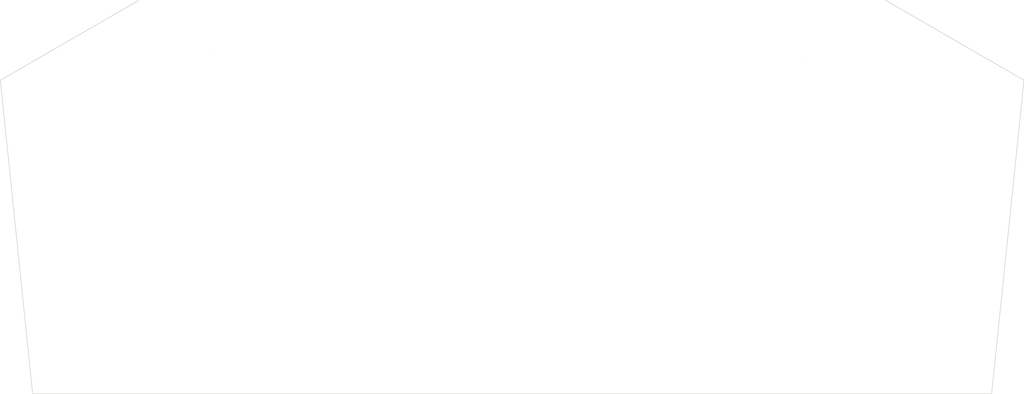
<source format=kicad_pcb>
(kicad_pcb (version 20241229) (generator "pcbnew") (generator_version "9.0")
  (layers (0 "F.Cu" signal) (2 "B.Cu" signal) (13 "F.Paste" user) (15 "B.Paste" user) (5 "F.SilkS" user "F.Silkscreen") (7 "B.SilkS" user "B.Silkscreen") (1 "F.Mask" user) (3 "B.Mask" user) (25 "Edge.Cuts" user))
  (net 0 "")
  (footprint "dummyfp4" (layer "F.Cu") (at 175.4911 105.9686)
    (property "Reference" "UNK_HOLE_4" (hide yes))
    (property "Value" "")
    (pad "" np_thru_hole circle (at 0 0) (size 2.95 2.95) (drill 2.95) (layers "*.Cu" "*.Mask"))
  )
  (footprint "dummyfp5" (layer "F.Cu") (at 180.2511 97.7186)
    (property "Reference" "UNK_HOLE_5" (hide yes))
    (property "Value" "")
    (pad "" np_thru_hole circle (at 0 0) (size 2.95 2.95) (drill 2.95) (layers "*.Cu" "*.Mask"))
  )
  (footprint "dummyfp3" (layer "F.Cu") (at 170.7311 114.2186)
    (property "Reference" "UNK_HOLE_3" (hide yes))
    (property "Value" "")
    (pad "" np_thru_hole circle (at 0 0) (size 2.95 2.95) (drill 2.95) (layers "*.Cu" "*.Mask"))
  )
  (footprint "dummyfp1" (layer "F.Cu") (at 121.5111 105.9686)
    (property "Reference" "UNK_HOLE_1" (hide yes))
    (property "Value" "")
    (pad "" np_thru_hole circle (at 0 0) (size 2.95 2.95) (drill 2.95) (layers "*.Cu" "*.Mask"))
  )
  (footprint "dummyfp0" (layer "F.Cu") (at 126.2811 114.2186)
    (property "Reference" "UNK_HOLE_0" (hide yes))
    (property "Value" "")
    (pad "" np_thru_hole circle (at 0 0) (size 2.95 2.95) (drill 2.95) (layers "*.Cu" "*.Mask"))
  )
  (footprint "dummyfp2" (layer "F.Cu") (at 116.7511 97.7186)
    (property "Reference" "UNK_HOLE_2" (hide yes))
    (property "Value" "")
    (pad "" np_thru_hole circle (at 0 0) (size 2.95 2.95) (drill 2.95) (layers "*.Cu" "*.Mask"))
  )
  (gr_line (start 111.0011 120.3886) (end 186.0011 120.3886) (stroke (width 0.05)) (layer "Edge.Cuts"))
  (gr_arc (start 177.711099 89.6186) (mid 164.067147 97.610119) (end 148.5011 100.3886) (stroke (width 0.001)) (layer "Edge.Cuts"))
  (gr_arc (start 148.5011 100.3886) (mid 132.940052 97.609227) (end 119.3011 89.618601) (stroke (width 0.001)) (layer "Edge.Cuts"))
  (gr_line (start 108.4711 95.8686) (end 111.0011 120.3886) (stroke (width 0.05)) (layer "Edge.Cuts"))
  (gr_line (start 186.0011 120.3886) (end 188.5311 95.8686) (stroke (width 0.05)) (layer "Edge.Cuts"))
  (gr_line (start 188.5311 95.8686) (end 177.7111 89.6186) (stroke (width 0.05)) (layer "Edge.Cuts"))
  (gr_line (start 119.3011 89.6186) (end 108.4711 95.8686) (stroke (width 0.05)) (layer "Edge.Cuts"))
)
</source>
